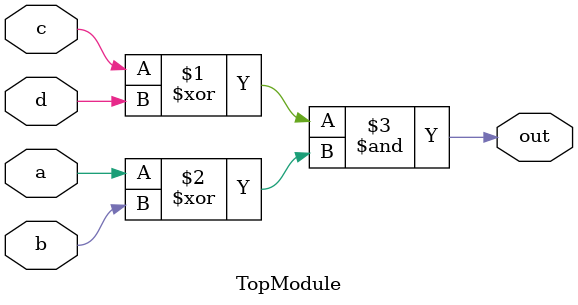
<source format=sv>

`timescale 1ns / 1ps

module TopModule (
  input a,
  input b,
  input c,
  input d,
  output out
);

  assign out = (c ^ d) & (a ^ b);

endmodule

// VERILOG-EVAL: errant inclusion of module definition

</source>
